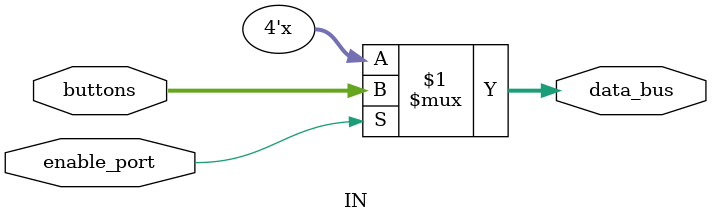
<source format=sv>

module IN (input logic [3:0] buttons,
          input logic enable_port,
          output tri [3:0] data_bus
          );

  assign data_bus = enable_port ? buttons : 4'bz;


endmodule

</source>
